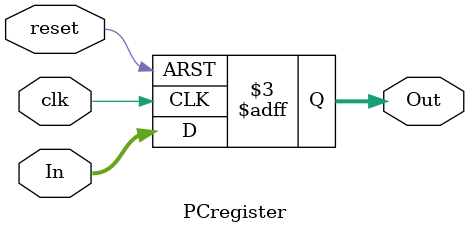
<source format=v>
`timescale 1ns / 1ps
module PCregister(
   input [31:0] In,
	output reg [31:0] Out,
	input clk,
	input reset
	
    );
	
	 always @ (posedge clk, posedge reset)
begin
	 if (reset == 1)
	 begin
	 Out <= 32'b0;
	 
	 end
	 else 
	 begin
	 Out <= In;
	 end
end	 

endmodule

</source>
